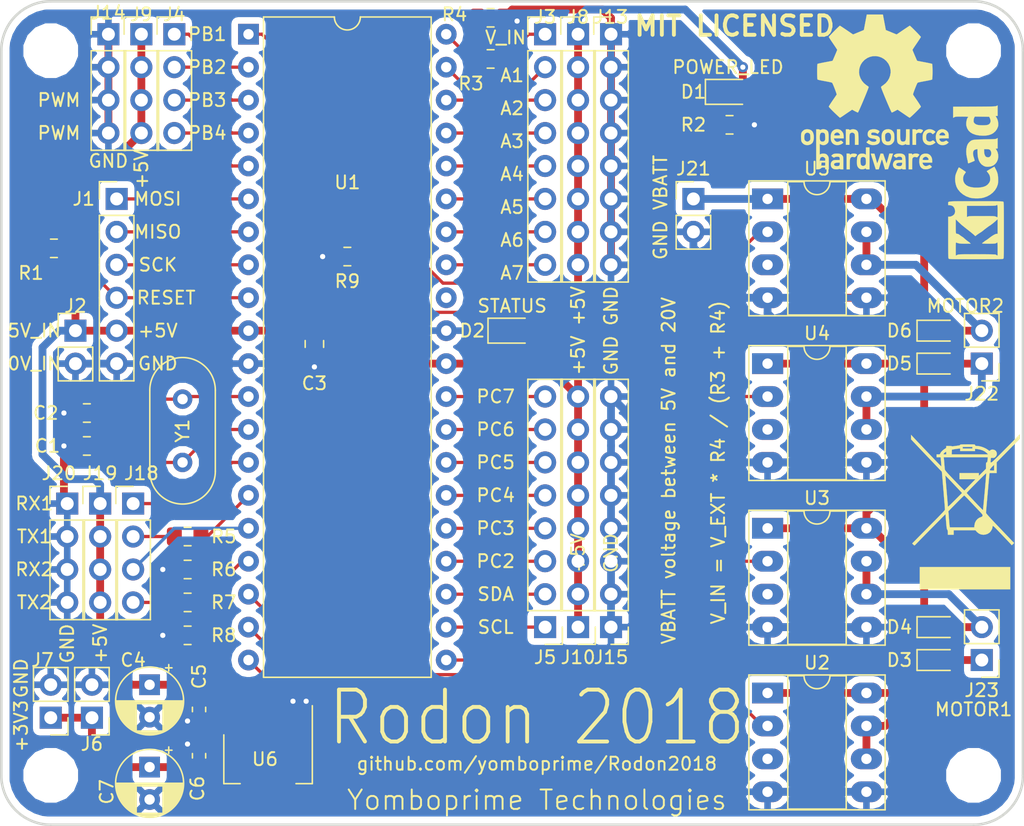
<source format=kicad_pcb>
(kicad_pcb (version 20171130) (host pcbnew 5.0.1-33cea8e~68~ubuntu18.04.1)
  (layers (0 F.Cu signal) (31 B.Cu signal) (34 B.Paste user) (35 F.Paste user) (36 B.SilkS user) (37 F.SilkS user) (38 B.Mask user) (39 F.Mask user) (44 Edge.Cuts user))
  (net 0 "")
  (net 1 GND)
  (net 2 "Net-(C1-Pad1)")
  (net 3 "Net-(C2-Pad1)")
  (net 4 +5V)
  (net 5 "Net-(D1-Pad1)")
  (net 6 "Net-(D2-Pad1)")
  (net 7 STATUS_LED)
  (net 8 +BATT)
  (net 9 "Net-(D3-Pad2)")
  (net 10 "Net-(D4-Pad2)")
  (net 11 "Net-(D5-Pad2)")
  (net 12 "Net-(D6-Pad2)")
  (net 13 MOSI)
  (net 14 MISO)
  (net 15 SCK)
  (net 16 RESET)
  (net 17 V_EXT)
  (net 18 "Net-(J3-Pad2)")
  (net 19 "Net-(J3-Pad3)")
  (net 20 "Net-(J3-Pad4)")
  (net 21 "Net-(J3-Pad5)")
  (net 22 "Net-(J3-Pad6)")
  (net 23 "Net-(J3-Pad7)")
  (net 24 "Net-(J3-Pad8)")
  (net 25 "Net-(J4-Pad1)")
  (net 26 "Net-(J4-Pad2)")
  (net 27 "Net-(J4-Pad3)")
  (net 28 "Net-(J4-Pad4)")
  (net 29 "Net-(J5-Pad1)")
  (net 30 "Net-(J5-Pad2)")
  (net 31 TX2)
  (net 32 RX2)
  (net 33 TX1)
  (net 34 RX1)
  (net 35 V_IN)
  (net 36 TX1_INT)
  (net 37 TX2_INT)
  (net 38 MOTOR1A)
  (net 39 MOTOR1B)
  (net 40 MOTOR2A)
  (net 41 MOTOR2B)
  (net 42 "Net-(U1-Pad32)")
  (net 43 "Net-(U2-Pad3)")
  (net 44 "Net-(U3-Pad3)")
  (net 45 "Net-(U4-Pad3)")
  (net 46 "Net-(U5-Pad3)")
  (net 47 "Net-(J5-Pad3)")
  (net 48 "Net-(J5-Pad4)")
  (net 49 "Net-(J5-Pad5)")
  (net 50 "Net-(J5-Pad6)")
  (net 51 "Net-(J5-Pad7)")
  (net 52 "Net-(J5-Pad8)")
  (net 53 "Net-(C6-Pad1)")
  (module Package_DIP:DIP-8_W7.62mm_Socket_LongPads (layer F.Cu) (at 133.985 78.74)
    (fp_text reference U4 (at 3.81 -2.33) (layer F.SilkS))
    (fp_text value TC4422)
    (pad 1 thru_hole rect (at 0 0) (size 2.4 1.6) (drill 0.8) (layers *.Cu *.Mask) (net 8 +BATT))
    (pad 5 thru_hole oval (at 7.62 7.62) (size 2.4 1.6) (drill 0.8) (layers *.Cu *.Mask) (net 1 GND))
    (pad 2 thru_hole oval (at 0 2.54) (size 2.4 1.6) (drill 0.8) (layers *.Cu *.Mask) (net 40 MOTOR2A))
    (pad 6 thru_hole oval (at 7.62 5.08) (size 2.4 1.6) (drill 0.8) (layers *.Cu *.Mask) (net 11 "Net-(D5-Pad2)"))
    (pad 3 thru_hole oval (at 0 5.08) (size 2.4 1.6) (drill 0.8) (layers *.Cu *.Mask) (net 45 "Net-(U4-Pad3)"))
    (pad 7 thru_hole oval (at 7.62 2.54) (size 2.4 1.6) (drill 0.8) (layers *.Cu *.Mask) (net 11 "Net-(D5-Pad2)"))
    (pad 4 thru_hole oval (at 0 7.62) (size 2.4 1.6) (drill 0.8) (layers *.Cu *.Mask) (net 1 GND))
    (pad 8 thru_hole oval (at 7.62 0) (size 2.4 1.6) (drill 0.8) (layers *.Cu *.Mask) (net 8 +BATT))
  )
  (module Capacitor_SMD:C_0805_2012Metric_Pad1.15x1.40mm_HandSolder (layer F.Cu) (at 81.525 85.09 180)
    (fp_text reference C1 (at 3.039 0 180) (layer F.SilkS))
    (fp_text value 22pF)
    (pad 2 smd roundrect (at 1.025 0 180) (size 1.15 1.4) (layers F.Cu F.Paste F.Mask) (roundrect_rratio 0.217391) (net 1 GND))
    (pad 1 smd roundrect (at -1.025 0 180) (size 1.15 1.4) (layers F.Cu F.Paste F.Mask) (roundrect_rratio 0.217391) (net 2 "Net-(C1-Pad1)"))
  )
  (module Capacitor_SMD:C_0805_2012Metric_Pad1.15x1.40mm_HandSolder (layer F.Cu) (at 81.525 82.55 180)
    (fp_text reference C2 (at 3.166 0 180) (layer F.SilkS))
    (fp_text value 22pF)
    (pad 1 smd roundrect (at -1.025 0 180) (size 1.15 1.4) (layers F.Cu F.Paste F.Mask) (roundrect_rratio 0.217391) (net 3 "Net-(C2-Pad1)"))
    (pad 2 smd roundrect (at 1.025 0 180) (size 1.15 1.4) (layers F.Cu F.Paste F.Mask) (roundrect_rratio 0.217391) (net 1 GND))
  )
  (module Capacitor_SMD:C_0805_2012Metric_Pad1.15x1.40mm_HandSolder (layer F.Cu) (at 99.06 77.225 270)
    (fp_text reference C3 (at 3.039 0 180) (layer F.SilkS))
    (fp_text value 100nF)
    (pad 1 smd roundrect (at -1.025 0 270) (size 1.15 1.4) (layers F.Cu F.Paste F.Mask) (roundrect_rratio 0.217391) (net 4 +5V))
    (pad 2 smd roundrect (at 1.025 0 270) (size 1.15 1.4) (layers F.Cu F.Paste F.Mask) (roundrect_rratio 0.217391) (net 1 GND))
  )
  (module Diode_SMD:D_0805_2012Metric_Pad1.15x1.40mm_HandSolder (layer F.Cu) (at 131.055 57.785)
    (fp_text reference D1 (at -2.785 0) (layer F.SilkS))
    (fp_text value POWER_LED)
    (pad 2 smd roundrect (at 1.025 0) (size 1.15 1.4) (layers F.Cu F.Paste F.Mask) (roundrect_rratio 0.217391) (net 4 +5V))
    (pad 1 smd roundrect (at -1.025 0) (size 1.15 1.4) (layers F.Cu F.Paste F.Mask) (roundrect_rratio 0.217391) (net 5 "Net-(D1-Pad1)"))
  )
  (module Diode_SMD:D_0805_2012Metric_Pad1.15x1.40mm_HandSolder (layer F.Cu) (at 114.3 76.2)
    (fp_text reference D2 (at -3.075 0) (layer F.SilkS))
    (fp_text value STATUS_LED)
    (pad 1 smd roundrect (at -1.025 0) (size 1.15 1.4) (layers F.Cu F.Paste F.Mask) (roundrect_rratio 0.217391) (net 6 "Net-(D2-Pad1)"))
    (pad 2 smd roundrect (at 1.025 0) (size 1.15 1.4) (layers F.Cu F.Paste F.Mask) (roundrect_rratio 0.217391) (net 7 STATUS_LED))
  )
  (module Diode_SMD:D_SOD-110 (layer F.Cu) (at 147.005 101.6)
    (fp_text reference D3 (at -2.86 0) (layer F.SilkS))
    (fp_text value D hide)
    (pad 1 smd rect (at -0.95 0) (size 0.8 1) (layers F.Cu F.Paste F.Mask) (net 8 +BATT))
    (pad 2 smd rect (at 0.95 0) (size 0.8 1) (layers F.Cu F.Paste F.Mask) (net 9 "Net-(D3-Pad2)"))
  )
  (module Diode_SMD:D_SOD-110 (layer F.Cu) (at 147.005 99.06)
    (fp_text reference D4 (at -2.86 0) (layer F.SilkS))
    (fp_text value D hide)
    (pad 2 smd rect (at 0.95 0) (size 0.8 1) (layers F.Cu F.Paste F.Mask) (net 10 "Net-(D4-Pad2)"))
    (pad 1 smd rect (at -0.95 0) (size 0.8 1) (layers F.Cu F.Paste F.Mask) (net 8 +BATT))
  )
  (module Diode_SMD:D_SOD-110 (layer F.Cu) (at 147.005 78.74)
    (fp_text reference D5 (at -2.86 0) (layer F.SilkS))
    (fp_text value D hide)
    (pad 1 smd rect (at -0.95 0) (size 0.8 1) (layers F.Cu F.Paste F.Mask) (net 8 +BATT))
    (pad 2 smd rect (at 0.95 0) (size 0.8 1) (layers F.Cu F.Paste F.Mask) (net 11 "Net-(D5-Pad2)"))
  )
  (module Diode_SMD:D_SOD-110 (layer F.Cu) (at 147.005 76.2)
    (fp_text reference D6 (at -2.86 0) (layer F.SilkS))
    (fp_text value D hide)
    (pad 2 smd rect (at 0.95 0) (size 0.8 1) (layers F.Cu F.Paste F.Mask) (net 12 "Net-(D6-Pad2)"))
    (pad 1 smd rect (at -0.95 0) (size 0.8 1) (layers F.Cu F.Paste F.Mask) (net 8 +BATT))
  )
  (module Connector_PinHeader_2.54mm:PinHeader_1x06_P2.54mm_Vertical (layer F.Cu) (at 83.82 66.04)
    (fp_text reference J1 (at -2.54 0) (layer F.SilkS))
    (fp_text value PROG_CONN)
    (pad 1 thru_hole rect (at 0 0) (size 1.7 1.7) (drill 1) (layers *.Cu *.Mask) (net 13 MOSI))
    (pad 2 thru_hole oval (at 0 2.54) (size 1.7 1.7) (drill 1) (layers *.Cu *.Mask) (net 14 MISO))
    (pad 3 thru_hole oval (at 0 5.08) (size 1.7 1.7) (drill 1) (layers *.Cu *.Mask) (net 15 SCK))
    (pad 4 thru_hole oval (at 0 7.62) (size 1.7 1.7) (drill 1) (layers *.Cu *.Mask) (net 16 RESET))
    (pad 5 thru_hole oval (at 0 10.16) (size 1.7 1.7) (drill 1) (layers *.Cu *.Mask) (net 4 +5V))
    (pad 6 thru_hole oval (at 0 12.7) (size 1.7 1.7) (drill 1) (layers *.Cu *.Mask) (net 1 GND))
  )
  (module Connector_PinHeader_2.54mm:PinHeader_1x02_P2.54mm_Vertical (layer F.Cu) (at 80.645 76.2)
    (fp_text reference J2 (at 0 -1.905) (layer F.SilkS))
    (fp_text value 5V_CONN)
    (pad 2 thru_hole oval (at 0 2.54) (size 1.7 1.7) (drill 1) (layers *.Cu *.Mask) (net 1 GND))
    (pad 1 thru_hole rect (at 0 0) (size 1.7 1.7) (drill 1) (layers *.Cu *.Mask) (net 4 +5V))
  )
  (module Connector_PinHeader_2.54mm:PinHeader_1x08_P2.54mm_Vertical (layer F.Cu) (at 116.84 53.34)
    (fp_text reference J3 (at 0 -1.33) (layer F.SilkS))
    (fp_text value PA hide)
    (pad 1 thru_hole rect (at 0 0) (size 1.7 1.7) (drill 1) (layers *.Cu *.Mask) (net 17 V_EXT))
    (pad 2 thru_hole oval (at 0 2.54) (size 1.7 1.7) (drill 1) (layers *.Cu *.Mask) (net 18 "Net-(J3-Pad2)"))
    (pad 3 thru_hole oval (at 0 5.08) (size 1.7 1.7) (drill 1) (layers *.Cu *.Mask) (net 19 "Net-(J3-Pad3)"))
    (pad 4 thru_hole oval (at 0 7.62) (size 1.7 1.7) (drill 1) (layers *.Cu *.Mask) (net 20 "Net-(J3-Pad4)"))
    (pad 5 thru_hole oval (at 0 10.16) (size 1.7 1.7) (drill 1) (layers *.Cu *.Mask) (net 21 "Net-(J3-Pad5)"))
    (pad 6 thru_hole oval (at 0 12.7) (size 1.7 1.7) (drill 1) (layers *.Cu *.Mask) (net 22 "Net-(J3-Pad6)"))
    (pad 7 thru_hole oval (at 0 15.24) (size 1.7 1.7) (drill 1) (layers *.Cu *.Mask) (net 23 "Net-(J3-Pad7)"))
    (pad 8 thru_hole oval (at 0 17.78) (size 1.7 1.7) (drill 1) (layers *.Cu *.Mask) (net 24 "Net-(J3-Pad8)"))
  )
  (module Connector_PinHeader_2.54mm:PinHeader_1x04_P2.54mm_Vertical (layer F.Cu) (at 88.265 53.34)
    (fp_text reference J4 (at 0 -1.524) (layer F.SilkS))
    (fp_text value PB hide)
    (pad 1 thru_hole rect (at 0 0) (size 1.7 1.7) (drill 1) (layers *.Cu *.Mask) (net 25 "Net-(J4-Pad1)"))
    (pad 2 thru_hole oval (at 0 2.54) (size 1.7 1.7) (drill 1) (layers *.Cu *.Mask) (net 26 "Net-(J4-Pad2)"))
    (pad 3 thru_hole oval (at 0 5.08) (size 1.7 1.7) (drill 1) (layers *.Cu *.Mask) (net 27 "Net-(J4-Pad3)"))
    (pad 4 thru_hole oval (at 0 7.62) (size 1.7 1.7) (drill 1) (layers *.Cu *.Mask) (net 28 "Net-(J4-Pad4)"))
  )
  (module Connector_PinHeader_2.54mm:PinHeader_1x08_P2.54mm_Vertical (layer F.Cu) (at 119.38 53.34)
    (fp_text reference J8 (at 0 -1.33) (layer F.SilkS))
    (fp_text value PA_5V hide)
    (pad 8 thru_hole oval (at 0 17.78) (size 1.7 1.7) (drill 1) (layers *.Cu *.Mask) (net 4 +5V))
    (pad 7 thru_hole oval (at 0 15.24) (size 1.7 1.7) (drill 1) (layers *.Cu *.Mask) (net 4 +5V))
    (pad 6 thru_hole oval (at 0 12.7) (size 1.7 1.7) (drill 1) (layers *.Cu *.Mask) (net 4 +5V))
    (pad 5 thru_hole oval (at 0 10.16) (size 1.7 1.7) (drill 1) (layers *.Cu *.Mask) (net 4 +5V))
    (pad 4 thru_hole oval (at 0 7.62) (size 1.7 1.7) (drill 1) (layers *.Cu *.Mask) (net 4 +5V))
    (pad 3 thru_hole oval (at 0 5.08) (size 1.7 1.7) (drill 1) (layers *.Cu *.Mask) (net 4 +5V))
    (pad 2 thru_hole oval (at 0 2.54) (size 1.7 1.7) (drill 1) (layers *.Cu *.Mask) (net 4 +5V))
    (pad 1 thru_hole rect (at 0 0) (size 1.7 1.7) (drill 1) (layers *.Cu *.Mask) (net 4 +5V))
  )
  (module Connector_PinHeader_2.54mm:PinHeader_1x04_P2.54mm_Vertical (layer F.Cu) (at 85.725 53.34)
    (fp_text reference J9 (at 0 -1.524) (layer F.SilkS))
    (fp_text value PB_5V hide)
    (pad 4 thru_hole oval (at 0 7.62) (size 1.7 1.7) (drill 1) (layers *.Cu *.Mask) (net 4 +5V))
    (pad 3 thru_hole oval (at 0 5.08) (size 1.7 1.7) (drill 1) (layers *.Cu *.Mask) (net 4 +5V))
    (pad 2 thru_hole oval (at 0 2.54) (size 1.7 1.7) (drill 1) (layers *.Cu *.Mask) (net 4 +5V))
    (pad 1 thru_hole rect (at 0 0) (size 1.7 1.7) (drill 1) (layers *.Cu *.Mask) (net 4 +5V))
  )
  (module Connector_PinHeader_2.54mm:PinHeader_1x08_P2.54mm_Vertical (layer F.Cu) (at 121.92 53.34)
    (fp_text reference J13 (at 0 -1.33) (layer F.SilkS))
    (fp_text value PA_GND hide)
    (pad 1 thru_hole rect (at 0 0) (size 1.7 1.7) (drill 1) (layers *.Cu *.Mask) (net 1 GND))
    (pad 2 thru_hole oval (at 0 2.54) (size 1.7 1.7) (drill 1) (layers *.Cu *.Mask) (net 1 GND))
    (pad 3 thru_hole oval (at 0 5.08) (size 1.7 1.7) (drill 1) (layers *.Cu *.Mask) (net 1 GND))
    (pad 4 thru_hole oval (at 0 7.62) (size 1.7 1.7) (drill 1) (layers *.Cu *.Mask) (net 1 GND))
    (pad 5 thru_hole oval (at 0 10.16) (size 1.7 1.7) (drill 1) (layers *.Cu *.Mask) (net 1 GND))
    (pad 6 thru_hole oval (at 0 12.7) (size 1.7 1.7) (drill 1) (layers *.Cu *.Mask) (net 1 GND))
    (pad 7 thru_hole oval (at 0 15.24) (size 1.7 1.7) (drill 1) (layers *.Cu *.Mask) (net 1 GND))
    (pad 8 thru_hole oval (at 0 17.78) (size 1.7 1.7) (drill 1) (layers *.Cu *.Mask) (net 1 GND))
  )
  (module Connector_PinHeader_2.54mm:PinHeader_1x04_P2.54mm_Vertical (layer F.Cu) (at 83.185 53.34)
    (fp_text reference J14 (at 0 -1.651) (layer F.SilkS))
    (fp_text value PB_GND hide)
    (pad 1 thru_hole rect (at 0 0) (size 1.7 1.7) (drill 1) (layers *.Cu *.Mask) (net 1 GND))
    (pad 2 thru_hole oval (at 0 2.54) (size 1.7 1.7) (drill 1) (layers *.Cu *.Mask) (net 1 GND))
    (pad 3 thru_hole oval (at 0 5.08) (size 1.7 1.7) (drill 1) (layers *.Cu *.Mask) (net 1 GND))
    (pad 4 thru_hole oval (at 0 7.62) (size 1.7 1.7) (drill 1) (layers *.Cu *.Mask) (net 1 GND))
  )
  (module Connector_PinHeader_2.54mm:PinHeader_1x04_P2.54mm_Vertical (layer F.Cu) (at 85.09 89.535)
    (fp_text reference J18 (at 0.635 -2.33) (layer F.SilkS))
    (fp_text value COM)
    (pad 4 thru_hole oval (at 0 7.62) (size 1.7 1.7) (drill 1) (layers *.Cu *.Mask) (net 31 TX2))
    (pad 3 thru_hole oval (at 0 5.08) (size 1.7 1.7) (drill 1) (layers *.Cu *.Mask) (net 32 RX2))
    (pad 2 thru_hole oval (at 0 2.54) (size 1.7 1.7) (drill 1) (layers *.Cu *.Mask) (net 33 TX1))
    (pad 1 thru_hole rect (at 0 0) (size 1.7 1.7) (drill 1) (layers *.Cu *.Mask) (net 34 RX1))
  )
  (module Connector_PinHeader_2.54mm:PinHeader_1x04_P2.54mm_Vertical (layer F.Cu) (at 82.55 89.535)
    (fp_text reference J19 (at 0 -2.33) (layer F.SilkS))
    (fp_text value COM_5V hide)
    (pad 1 thru_hole rect (at 0 0) (size 1.7 1.7) (drill 1) (layers *.Cu *.Mask) (net 4 +5V))
    (pad 2 thru_hole oval (at 0 2.54) (size 1.7 1.7) (drill 1) (layers *.Cu *.Mask) (net 4 +5V))
    (pad 3 thru_hole oval (at 0 5.08) (size 1.7 1.7) (drill 1) (layers *.Cu *.Mask) (net 4 +5V))
    (pad 4 thru_hole oval (at 0 7.62) (size 1.7 1.7) (drill 1) (layers *.Cu *.Mask) (net 4 +5V))
  )
  (module Connector_PinHeader_2.54mm:PinHeader_1x04_P2.54mm_Vertical (layer F.Cu) (at 80.01 89.535)
    (fp_text reference J20 (at -0.635 -2.33) (layer F.SilkS))
    (fp_text value COM_GND hide)
    (pad 4 thru_hole oval (at 0 7.62) (size 1.7 1.7) (drill 1) (layers *.Cu *.Mask) (net 1 GND))
    (pad 3 thru_hole oval (at 0 5.08) (size 1.7 1.7) (drill 1) (layers *.Cu *.Mask) (net 1 GND))
    (pad 2 thru_hole oval (at 0 2.54) (size 1.7 1.7) (drill 1) (layers *.Cu *.Mask) (net 1 GND))
    (pad 1 thru_hole rect (at 0 0) (size 1.7 1.7) (drill 1) (layers *.Cu *.Mask) (net 1 GND))
  )
  (module Connector_PinHeader_2.54mm:PinHeader_1x02_P2.54mm_Vertical (layer F.Cu) (at 128.27 66.04)
    (fp_text reference J21 (at 0 -2.33) (layer F.SilkS))
    (fp_text value POWER_CONN)
    (pad 1 thru_hole rect (at 0 0) (size 1.7 1.7) (drill 1) (layers *.Cu *.Mask) (net 8 +BATT))
    (pad 2 thru_hole oval (at 0 2.54) (size 1.7 1.7) (drill 1) (layers *.Cu *.Mask) (net 1 GND))
  )
  (module Connector_PinHeader_2.54mm:PinHeader_1x02_P2.54mm_Vertical (layer F.Cu) (at 150.495 78.74 180)
    (fp_text reference J22 (at 0 -2.33 180) (layer F.SilkS))
    (fp_text value MOTOR2)
    (pad 1 thru_hole rect (at 0 0 180) (size 1.7 1.7) (drill 1) (layers *.Cu *.Mask) (net 11 "Net-(D5-Pad2)"))
    (pad 2 thru_hole oval (at 0 2.54 180) (size 1.7 1.7) (drill 1) (layers *.Cu *.Mask) (net 12 "Net-(D6-Pad2)"))
  )
  (module Connector_PinHeader_2.54mm:PinHeader_1x02_P2.54mm_Vertical (layer F.Cu) (at 150.495 101.6 180)
    (fp_text reference J23 (at 0 -2.33 180) (layer F.SilkS))
    (fp_text value MOTOR1)
    (pad 2 thru_hole oval (at 0 2.54 180) (size 1.7 1.7) (drill 1) (layers *.Cu *.Mask) (net 10 "Net-(D4-Pad2)"))
    (pad 1 thru_hole rect (at 0 0 180) (size 1.7 1.7) (drill 1) (layers *.Cu *.Mask) (net 9 "Net-(D3-Pad2)"))
  )
  (module Resistor_SMD:R_0805_2012Metric_Pad1.15x1.40mm_HandSolder (layer F.Cu) (at 78.985 69.85 180)
    (fp_text reference R1 (at 1.769 -1.905 180) (layer F.SilkS))
    (fp_text value 10K)
    (pad 1 smd roundrect (at -1.025 0 180) (size 1.15 1.4) (layers F.Cu F.Paste F.Mask) (roundrect_rratio 0.217391) (net 16 RESET))
    (pad 2 smd roundrect (at 1.025 0 180) (size 1.15 1.4) (layers F.Cu F.Paste F.Mask) (roundrect_rratio 0.217391) (net 4 +5V))
  )
  (module Resistor_SMD:R_0805_2012Metric_Pad1.15x1.40mm_HandSolder (layer F.Cu) (at 131.055 60.325 180)
    (fp_text reference R2 (at 2.785 0 180) (layer F.SilkS))
    (fp_text value 330)
    (pad 1 smd roundrect (at -1.025 0 180) (size 1.15 1.4) (layers F.Cu F.Paste F.Mask) (roundrect_rratio 0.217391) (net 1 GND))
    (pad 2 smd roundrect (at 1.025 0 180) (size 1.15 1.4) (layers F.Cu F.Paste F.Mask) (roundrect_rratio 0.217391) (net 5 "Net-(D1-Pad1)"))
  )
  (module Resistor_SMD:R_0805_2012Metric_Pad1.15x1.40mm_HandSolder (layer F.Cu) (at 112.64 55.245 180)
    (fp_text reference R3 (at 1.515 -1.905 180) (layer F.SilkS))
    (fp_text value RA)
    (pad 1 smd roundrect (at -1.025 0 180) (size 1.15 1.4) (layers F.Cu F.Paste F.Mask) (roundrect_rratio 0.217391) (net 17 V_EXT))
    (pad 2 smd roundrect (at 1.025 0 180) (size 1.15 1.4) (layers F.Cu F.Paste F.Mask) (roundrect_rratio 0.217391) (net 35 V_IN))
  )
  (module Resistor_SMD:R_0805_2012Metric_Pad1.15x1.40mm_HandSolder (layer F.Cu) (at 112.64 52.07)
    (fp_text reference R4 (at -2.785 -0.254) (layer F.SilkS))
    (fp_text value RB)
    (pad 2 smd roundrect (at 1.025 0) (size 1.15 1.4) (layers F.Cu F.Paste F.Mask) (roundrect_rratio 0.217391) (net 1 GND))
    (pad 1 smd roundrect (at -1.025 0) (size 1.15 1.4) (layers F.Cu F.Paste F.Mask) (roundrect_rratio 0.217391) (net 35 V_IN))
  )
  (module Resistor_SMD:R_0805_2012Metric_Pad1.15x1.40mm_HandSolder (layer F.Cu) (at 89.29 92.075 180)
    (fp_text reference R5 (at -2.785 0 180) (layer F.SilkS))
    (fp_text value 1K)
    (pad 2 smd roundrect (at 1.025 0 180) (size 1.15 1.4) (layers F.Cu F.Paste F.Mask) (roundrect_rratio 0.217391) (net 33 TX1))
    (pad 1 smd roundrect (at -1.025 0 180) (size 1.15 1.4) (layers F.Cu F.Paste F.Mask) (roundrect_rratio 0.217391) (net 36 TX1_INT))
  )
  (module Resistor_SMD:R_0805_2012Metric_Pad1.15x1.40mm_HandSolder (layer F.Cu) (at 89.29 94.615 180)
    (fp_text reference R6 (at -2.785 0 180) (layer F.SilkS))
    (fp_text value 2K)
    (pad 1 smd roundrect (at -1.025 0 180) (size 1.15 1.4) (layers F.Cu F.Paste F.Mask) (roundrect_rratio 0.217391) (net 33 TX1))
    (pad 2 smd roundrect (at 1.025 0 180) (size 1.15 1.4) (layers F.Cu F.Paste F.Mask) (roundrect_rratio 0.217391) (net 1 GND))
  )
  (module Resistor_SMD:R_0805_2012Metric_Pad1.15x1.40mm_HandSolder (layer F.Cu) (at 89.29 97.155 180)
    (fp_text reference R7 (at -2.785 0 180) (layer F.SilkS))
    (fp_text value 1K)
    (pad 1 smd roundrect (at -1.025 0 180) (size 1.15 1.4) (layers F.Cu F.Paste F.Mask) (roundrect_rratio 0.217391) (net 37 TX2_INT))
    (pad 2 smd roundrect (at 1.025 0 180) (size 1.15 1.4) (layers F.Cu F.Paste F.Mask) (roundrect_rratio 0.217391) (net 31 TX2))
  )
  (module Resistor_SMD:R_0805_2012Metric_Pad1.15x1.40mm_HandSolder (layer F.Cu) (at 89.29 99.695 180)
    (fp_text reference R8 (at -2.785 0 180) (layer F.SilkS))
    (fp_text value 2K)
    (pad 2 smd roundrect (at 1.025 0 180) (size 1.15 1.4) (layers F.Cu F.Paste F.Mask) (roundrect_rratio 0.217391) (net 1 GND))
    (pad 1 smd roundrect (at -1.025 0 180) (size 1.15 1.4) (layers F.Cu F.Paste F.Mask) (roundrect_rratio 0.217391) (net 31 TX2))
  )
  (module Resistor_SMD:R_0805_2012Metric_Pad1.15x1.40mm_HandSolder (layer F.Cu) (at 101.6 70.485)
    (fp_text reference R9 (at 0 1.905) (layer F.SilkS))
    (fp_text value 330)
    (pad 2 smd roundrect (at 1.025 0) (size 1.15 1.4) (layers F.Cu F.Paste F.Mask) (roundrect_rratio 0.217391) (net 6 "Net-(D2-Pad1)"))
    (pad 1 smd roundrect (at -1.025 0) (size 1.15 1.4) (layers F.Cu F.Paste F.Mask) (roundrect_rratio 0.217391) (net 1 GND))
  )
  (module Package_DIP:DIP-40_W15.24mm (layer F.Cu) (at 93.98 53.34)
    (fp_text reference U1 (at 7.62 11.43) (layer F.SilkS))
    (fp_text value ATmega1284P-PU)
    (pad 1 thru_hole rect (at 0 0) (size 1.6 1.6) (drill 0.8) (layers *.Cu *.Mask) (net 7 STATUS_LED))
    (pad 21 thru_hole oval (at 15.24 48.26) (size 1.6 1.6) (drill 0.8) (layers *.Cu *.Mask) (net 41 MOTOR2B))
    (pad 2 thru_hole oval (at 0 2.54) (size 1.6 1.6) (drill 0.8) (layers *.Cu *.Mask) (net 25 "Net-(J4-Pad1)"))
    (pad 22 thru_hole oval (at 15.24 45.72) (size 1.6 1.6) (drill 0.8) (layers *.Cu *.Mask) (net 29 "Net-(J5-Pad1)"))
    (pad 3 thru_hole oval (at 0 5.08) (size 1.6 1.6) (drill 0.8) (layers *.Cu *.Mask) (net 26 "Net-(J4-Pad2)"))
    (pad 23 thru_hole oval (at 15.24 43.18) (size 1.6 1.6) (drill 0.8) (layers *.Cu *.Mask) (net 30 "Net-(J5-Pad2)"))
    (pad 4 thru_hole oval (at 0 7.62) (size 1.6 1.6) (drill 0.8) (layers *.Cu *.Mask) (net 27 "Net-(J4-Pad3)"))
    (pad 24 thru_hole oval (at 15.24 40.64) (size 1.6 1.6) (drill 0.8) (layers *.Cu *.Mask) (net 47 "Net-(J5-Pad3)"))
    (pad 5 thru_hole oval (at 0 10.16) (size 1.6 1.6) (drill 0.8) (layers *.Cu *.Mask) (net 28 "Net-(J4-Pad4)"))
    (pad 25 thru_hole oval (at 15.24 38.1) (size 1.6 1.6) (drill 0.8) (layers *.Cu *.Mask) (net 48 "Net-(J5-Pad4)"))
    (pad 6 thru_hole oval (at 0 12.7) (size 1.6 1.6) (drill 0.8) (layers *.Cu *.Mask) (net 13 MOSI))
    (pad 26 thru_hole oval (at 15.24 35.56) (size 1.6 1.6) (drill 0.8) (layers *.Cu *.Mask) (net 49 "Net-(J5-Pad5)"))
    (pad 7 thru_hole oval (at 0 15.24) (size 1.6 1.6) (drill 0.8) (layers *.Cu *.Mask) (net 14 MISO))
    (pad 27 thru_hole oval (at 15.24 33.02) (size 1.6 1.6) (drill 0.8) (layers *.Cu *.Mask) (net 50 "Net-(J5-Pad6)"))
    (pad 8 thru_hole oval (at 0 17.78) (size 1.6 1.6) (drill 0.8) (layers *.Cu *.Mask) (net 15 SCK))
    (pad 28 thru_hole oval (at 15.24 30.48) (size 1.6 1.6) (drill 0.8) (layers *.Cu *.Mask) (net 51 "Net-(J5-Pad7)"))
    (pad 9 thru_hole oval (at 0 20.32) (size 1.6 1.6) (drill 0.8) (layers *.Cu *.Mask) (net 16 RESET))
    (pad 29 thru_hole oval (at 15.24 27.94) (size 1.6 1.6) (drill 0.8) (layers *.Cu *.Mask) (net 52 "Net-(J5-Pad8)"))
    (pad 10 thru_hole oval (at 0 22.86) (size 1.6 1.6) (drill 0.8) (layers *.Cu *.Mask) (net 4 +5V))
    (pad 30 thru_hole oval (at 15.24 25.4) (size 1.6 1.6) (drill 0.8) (layers *.Cu *.Mask) (net 4 +5V))
    (pad 11 thru_hole oval (at 0 25.4) (size 1.6 1.6) (drill 0.8) (layers *.Cu *.Mask) (net 1 GND))
    (pad 31 thru_hole oval (at 15.24 22.86) (size 1.6 1.6) (drill 0.8) (layers *.Cu *.Mask) (net 1 GND))
    (pad 12 thru_hole oval (at 0 27.94) (size 1.6 1.6) (drill 0.8) (layers *.Cu *.Mask) (net 3 "Net-(C2-Pad1)"))
    (pad 32 thru_hole oval (at 15.24 20.32) (size 1.6 1.6) (drill 0.8) (layers *.Cu *.Mask) (net 42 "Net-(U1-Pad32)"))
    (pad 13 thru_hole oval (at 0 30.48) (size 1.6 1.6) (drill 0.8) (layers *.Cu *.Mask) (net 2 "Net-(C1-Pad1)"))
    (pad 33 thru_hole oval (at 15.24 17.78) (size 1.6 1.6) (drill 0.8) (layers *.Cu *.Mask) (net 24 "Net-(J3-Pad8)"))
    (pad 14 thru_hole oval (at 0 33.02) (size 1.6 1.6) (drill 0.8) (layers *.Cu *.Mask) (net 34 RX1))
    (pad 34 thru_hole oval (at 15.24 15.24) (size 1.6 1.6) (drill 0.8) (layers *.Cu *.Mask) (net 23 "Net-(J3-Pad7)"))
    (pad 15 thru_hole oval (at 0 35.56) (size 1.6 1.6) (drill 0.8) (layers *.Cu *.Mask) (net 36 TX1_INT))
    (pad 35 thru_hole oval (at 15.24 12.7) (size 1.6 1.6) (drill 0.8) (layers *.Cu *.Mask) (net 22 "Net-(J3-Pad6)"))
    (pad 16 thru_hole oval (at 0 38.1) (size 1.6 1.6) (drill 0.8) (layers *.Cu *.Mask) (net 32 RX2))
    (pad 36 thru_hole oval (at 15.24 10.16) (size 1.6 1.6) (drill 0.8) (layers *.Cu *.Mask) (net 21 "Net-(J3-Pad5)"))
    (pad 17 thru_hole oval (at 0 40.64) (size 1.6 1.6) (drill 0.8) (layers *.Cu *.Mask) (net 37 TX2_INT))
    (pad 37 thru_hole oval (at 15.24 7.62) (size 1.6 1.6) (drill 0.8) (layers *.Cu *.Mask) (net 20 "Net-(J3-Pad4)"))
    (pad 18 thru_hole oval (at 0 43.18) (size 1.6 1.6) (drill 0.8) (layers *.Cu *.Mask) (net 40 MOTOR2A))
    (pad 38 thru_hole oval (at 15.24 5.08) (size 1.6 1.6) (drill 0.8) (layers *.Cu *.Mask) (net 19 "Net-(J3-Pad3)"))
    (pad 19 thru_hole oval (at 0 45.72) (size 1.6 1.6) (drill 0.8) (layers *.Cu *.Mask) (net 39 MOTOR1B))
    (pad 39 thru_hole oval (at 15.24 2.54) (size 1.6 1.6) (drill 0.8) (layers *.Cu *.Mask) (net 18 "Net-(J3-Pad2)"))
    (pad 20 thru_hole oval (at 0 48.26) (size 1.6 1.6) (drill 0.8) (layers *.Cu *.Mask) (net 38 MOTOR1A))
    (pad 40 thru_hole oval (at 15.24 0) (size 1.6 1.6) (drill 0.8) (layers *.Cu *.Mask) (net 35 V_IN))
  )
  (module Crystal:Crystal_HC49-U_Vertical (layer F.Cu) (at 88.9 86.36 90)
    (fp_text reference Y1 (at 2.44 0 90) (layer F.SilkS))
    (fp_text value 16MHz)
    (pad 1 thru_hole circle (at 0 0 90) (size 1.5 1.5) (drill 0.8) (layers *.Cu *.Mask) (net 2 "Net-(C1-Pad1)"))
    (pad 2 thru_hole circle (at 4.88 0 90) (size 1.5 1.5) (drill 0.8) (layers *.Cu *.Mask) (net 3 "Net-(C2-Pad1)"))
  )
  (module MountingHole:MountingHole_3.2mm_M3_ISO14580 (layer F.Cu) (at 78.74 54.61)
    (fp_text reference REF** hide)
    (fp_text value MountingHole_3.2mm_M3_ISO14580 hide)
    (pad 1 np_thru_hole circle (at 0 0) (size 3.2 3.2) (drill 3.2) (layers *.Cu *.Mask))
  )
  (module MountingHole:MountingHole_3.2mm_M3_ISO14580 (layer F.Cu) (at 78.74 110.49)
    (fp_text reference REF** hide)
    (fp_text value MountingHole_3.2mm_M3_ISO14580 hide)
    (pad 1 np_thru_hole circle (at 0 0) (size 3.2 3.2) (drill 3.2) (layers *.Cu *.Mask))
  )
  (module MountingHole:MountingHole_3.2mm_M3_ISO14580 (layer F.Cu) (at 149.86 110.49)
    (fp_text reference REF** hide)
    (fp_text value MountingHole_3.2mm_M3_ISO14580 hide)
    (pad 1 np_thru_hole circle (at 0 0) (size 3.2 3.2) (drill 3.2) (layers *.Cu *.Mask))
  )
  (module MountingHole:MountingHole_3.2mm_M3_ISO14580 (layer F.Cu) (at 149.86 54.61)
    (fp_text reference REF** hide)
    (fp_text value MountingHole_3.2mm_M3_ISO14580 hide)
    (pad 1 np_thru_hole circle (at 0 0) (size 3.2 3.2) (drill 3.2) (layers *.Cu *.Mask))
  )
  (module Symbol:OSHW-Logo_11.4x12mm_SilkScreen (layer F.Cu) (at 142.24 57.785)
    (fp_text reference REF** hide)
    (fp_text value OSHW-Logo_11.4x12mm_SilkScreen hide)
  )
  (module Symbol:Symbol_KiCAD-Logo_CopperAndSilkScreenTop (layer F.Cu) (at 149.86 64.77 90)
    (fp_text reference REF** hide)
    (fp_text value "KiCAD Logo" hide)
  )
  (module Symbol:WEEE-Logo_8.4x12mm_SilkScreen (layer F.Cu) (at 149.225 90.17)
    (fp_text reference REF** hide)
    (fp_text value WEEE-Logo_8.4x12mm_SilkScreen hide)
  )
  (module Connector_PinHeader_2.54mm:PinHeader_1x08_P2.54mm_Vertical (layer F.Cu) (at 116.84 99.06 180)
    (fp_text reference J5 (at 0 -2.33 180) (layer F.SilkS))
    (fp_text value PC)
    (pad 1 thru_hole rect (at 0 0 180) (size 1.7 1.7) (drill 1) (layers *.Cu *.Mask) (net 29 "Net-(J5-Pad1)"))
    (pad 2 thru_hole oval (at 0 2.54 180) (size 1.7 1.7) (drill 1) (layers *.Cu *.Mask) (net 30 "Net-(J5-Pad2)"))
    (pad 3 thru_hole oval (at 0 5.08 180) (size 1.7 1.7) (drill 1) (layers *.Cu *.Mask) (net 47 "Net-(J5-Pad3)"))
    (pad 4 thru_hole oval (at 0 7.62 180) (size 1.7 1.7) (drill 1) (layers *.Cu *.Mask) (net 48 "Net-(J5-Pad4)"))
    (pad 5 thru_hole oval (at 0 10.16 180) (size 1.7 1.7) (drill 1) (layers *.Cu *.Mask) (net 49 "Net-(J5-Pad5)"))
    (pad 6 thru_hole oval (at 0 12.7 180) (size 1.7 1.7) (drill 1) (layers *.Cu *.Mask) (net 50 "Net-(J5-Pad6)"))
    (pad 7 thru_hole oval (at 0 15.24 180) (size 1.7 1.7) (drill 1) (layers *.Cu *.Mask) (net 51 "Net-(J5-Pad7)"))
    (pad 8 thru_hole oval (at 0 17.78 180) (size 1.7 1.7) (drill 1) (layers *.Cu *.Mask) (net 52 "Net-(J5-Pad8)"))
  )
  (module Connector_PinHeader_2.54mm:PinHeader_1x08_P2.54mm_Vertical (layer F.Cu) (at 119.38 99.06 180)
    (fp_text reference J10 (at 0 -2.33 180) (layer F.SilkS))
    (fp_text value PC_5V)
    (pad 1 thru_hole rect (at 0 0 180) (size 1.7 1.7) (drill 1) (layers *.Cu *.Mask) (net 4 +5V))
    (pad 2 thru_hole oval (at 0 2.54 180) (size 1.7 1.7) (drill 1) (layers *.Cu *.Mask) (net 4 +5V))
    (pad 3 thru_hole oval (at 0 5.08 180) (size 1.7 1.7) (drill 1) (layers *.Cu *.Mask) (net 4 +5V))
    (pad 4 thru_hole oval (at 0 7.62 180) (size 1.7 1.7) (drill 1) (layers *.Cu *.Mask) (net 4 +5V))
    (pad 5 thru_hole oval (at 0 10.16 180) (size 1.7 1.7) (drill 1) (layers *.Cu *.Mask) (net 4 +5V))
    (pad 6 thru_hole oval (at 0 12.7 180) (size 1.7 1.7) (drill 1) (layers *.Cu *.Mask) (net 4 +5V))
    (pad 7 thru_hole oval (at 0 15.24 180) (size 1.7 1.7) (drill 1) (layers *.Cu *.Mask) (net 4 +5V))
    (pad 8 thru_hole oval (at 0 17.78 180) (size 1.7 1.7) (drill 1) (layers *.Cu *.Mask) (net 4 +5V))
  )
  (module Connector_PinHeader_2.54mm:PinHeader_1x08_P2.54mm_Vertical (layer F.Cu) (at 121.92 99.06 180)
    (fp_text reference J15 (at 0 -2.33 180) (layer F.SilkS))
    (fp_text value PC_GND)
    (pad 8 thru_hole oval (at 0 17.78 180) (size 1.7 1.7) (drill 1) (layers *.Cu *.Mask) (net 1 GND))
    (pad 7 thru_hole oval (at 0 15.24 180) (size 1.7 1.7) (drill 1) (layers *.Cu *.Mask) (net 1 GND))
    (pad 6 thru_hole oval (at 0 12.7 180) (size 1.7 1.7) (drill 1) (layers *.Cu *.Mask) (net 1 GND))
    (pad 5 thru_hole oval (at 0 10.16 180) (size 1.7 1.7) (drill 1) (layers *.Cu *.Mask) (net 1 GND))
    (pad 4 thru_hole oval (at 0 7.62 180) (size 1.7 1.7) (drill 1) (layers *.Cu *.Mask) (net 1 GND))
    (pad 3 thru_hole oval (at 0 5.08 180) (size 1.7 1.7) (drill 1) (layers *.Cu *.Mask) (net 1 GND))
    (pad 2 thru_hole oval (at 0 2.54 180) (size 1.7 1.7) (drill 1) (layers *.Cu *.Mask) (net 1 GND))
    (pad 1 thru_hole rect (at 0 0 180) (size 1.7 1.7) (drill 1) (layers *.Cu *.Mask) (net 1 GND))
  )
  (module Package_DIP:DIP-8_W7.62mm_Socket_LongPads (layer F.Cu) (at 133.985 104.14)
    (fp_text reference U2 (at 3.81 -2.33) (layer F.SilkS))
    (fp_text value TC4422)
    (pad 1 thru_hole rect (at 0 0) (size 2.4 1.6) (drill 0.8) (layers *.Cu *.Mask) (net 8 +BATT))
    (pad 5 thru_hole oval (at 7.62 7.62) (size 2.4 1.6) (drill 0.8) (layers *.Cu *.Mask) (net 1 GND))
    (pad 2 thru_hole oval (at 0 2.54) (size 2.4 1.6) (drill 0.8) (layers *.Cu *.Mask) (net 38 MOTOR1A))
    (pad 6 thru_hole oval (at 7.62 5.08) (size 2.4 1.6) (drill 0.8) (layers *.Cu *.Mask) (net 9 "Net-(D3-Pad2)"))
    (pad 3 thru_hole oval (at 0 5.08) (size 2.4 1.6) (drill 0.8) (layers *.Cu *.Mask) (net 43 "Net-(U2-Pad3)"))
    (pad 7 thru_hole oval (at 7.62 2.54) (size 2.4 1.6) (drill 0.8) (layers *.Cu *.Mask) (net 9 "Net-(D3-Pad2)"))
    (pad 4 thru_hole oval (at 0 7.62) (size 2.4 1.6) (drill 0.8) (layers *.Cu *.Mask) (net 1 GND))
    (pad 8 thru_hole oval (at 7.62 0) (size 2.4 1.6) (drill 0.8) (layers *.Cu *.Mask) (net 8 +BATT))
  )
  (module Package_DIP:DIP-8_W7.62mm_Socket_LongPads (layer F.Cu) (at 133.985 91.44)
    (fp_text reference U3 (at 3.81 -2.33) (layer F.SilkS))
    (fp_text value TC4422)
    (pad 8 thru_hole oval (at 7.62 0) (size 2.4 1.6) (drill 0.8) (layers *.Cu *.Mask) (net 8 +BATT))
    (pad 4 thru_hole oval (at 0 7.62) (size 2.4 1.6) (drill 0.8) (layers *.Cu *.Mask) (net 1 GND))
    (pad 7 thru_hole oval (at 7.62 2.54) (size 2.4 1.6) (drill 0.8) (layers *.Cu *.Mask) (net 10 "Net-(D4-Pad2)"))
    (pad 3 thru_hole oval (at 0 5.08) (size 2.4 1.6) (drill 0.8) (layers *.Cu *.Mask) (net 44 "Net-(U3-Pad3)"))
    (pad 6 thru_hole oval (at 7.62 5.08) (size 2.4 1.6) (drill 0.8) (layers *.Cu *.Mask) (net 10 "Net-(D4-Pad2)"))
    (pad 2 thru_hole oval (at 0 2.54) (size 2.4 1.6) (drill 0.8) (layers *.Cu *.Mask) (net 39 MOTOR1B))
    (pad 5 thru_hole oval (at 7.62 7.62) (size 2.4 1.6) (drill 0.8) (layers *.Cu *.Mask) (net 1 GND))
    (pad 1 thru_hole rect (at 0 0) (size 2.4 1.6) (drill 0.8) (layers *.Cu *.Mask) (net 8 +BATT))
  )
  (module Package_DIP:DIP-8_W7.62mm_Socket_LongPads (layer F.Cu) (at 133.985 66.04)
    (fp_text reference U5 (at 3.81 -2.33) (layer F.SilkS))
    (fp_text value TC4422)
    (pad 8 thru_hole oval (at 7.62 0) (size 2.4 1.6) (drill 0.8) (layers *.Cu *.Mask) (net 8 +BATT))
    (pad 4 thru_hole oval (at 0 7.62) (size 2.4 1.6) (drill 0.8) (layers *.Cu *.Mask) (net 1 GND))
    (pad 7 thru_hole oval (at 7.62 2.54) (size 2.4 1.6) (drill 0.8) (layers *.Cu *.Mask) (net 12 "Net-(D6-Pad2)"))
    (pad 3 thru_hole oval (at 0 5.08) (size 2.4 1.6) (drill 0.8) (layers *.Cu *.Mask) (net 46 "Net-(U5-Pad3)"))
    (pad 6 thru_hole oval (at 7.62 5.08) (size 2.4 1.6) (drill 0.8) (layers *.Cu *.Mask) (net 12 "Net-(D6-Pad2)"))
    (pad 2 thru_hole oval (at 0 2.54) (size 2.4 1.6) (drill 0.8) (layers *.Cu *.Mask) (net 41 MOTOR2B))
    (pad 5 thru_hole oval (at 7.62 7.62) (size 2.4 1.6) (drill 0.8) (layers *.Cu *.Mask) (net 1 GND))
    (pad 1 thru_hole rect (at 0 0) (size 2.4 1.6) (drill 0.8) (layers *.Cu *.Mask) (net 8 +BATT))
  )
  (module Capacitor_THT:CP_Radial_D5.0mm_P2.50mm (layer F.Cu) (at 86.36 103.505 270)
    (fp_text reference C4 (at -1.905 1.27 180) (layer F.SilkS))
    (fp_text value 100uF)
    (pad 1 thru_hole rect (at 0 0 270) (size 1.6 1.6) (drill 0.8) (layers *.Cu *.Mask) (net 4 +5V))
    (pad 2 thru_hole circle (at 2.5 0 270) (size 1.6 1.6) (drill 0.8) (layers *.Cu *.Mask) (net 1 GND))
  )
  (module Capacitor_SMD:C_0603_1608Metric_Pad1.05x0.95mm_HandSolder (layer F.Cu) (at 90.17 105.41 270)
    (fp_text reference C5 (at -2.54 0 270) (layer F.SilkS))
    (fp_text value 100nF)
    (pad 1 smd roundrect (at -0.875 0 270) (size 1.05 0.95) (layers F.Cu F.Paste F.Mask) (net 4 +5V))
    (pad 2 smd roundrect (at 0.875 0 270) (size 1.05 0.95) (layers F.Cu F.Paste F.Mask) (net 1 GND))
  )
  (module Capacitor_SMD:C_0603_1608Metric_Pad1.05x0.95mm_HandSolder (layer F.Cu) (at 90.17 108.98 90)
    (fp_text reference C6 (at -2.526 -0.127 90) (layer F.SilkS))
    (fp_text value 100nF)
    (pad 2 smd roundrect (at 0.875 0 90) (size 1.05 0.95) (layers F.Cu F.Paste F.Mask) (net 1 GND))
    (pad 1 smd roundrect (at -0.875 0 90) (size 1.05 0.95) (layers F.Cu F.Paste F.Mask) (net 53 "Net-(C6-Pad1)"))
  )
  (module Connector_PinHeader_2.54mm:PinHeader_1x02_P2.54mm_Vertical (layer F.Cu) (at 81.915 106.045 180)
    (fp_text reference J6 (at 0 -2.032 180) (layer F.SilkS))
    (fp_text value 3V_CONN_1)
    (pad 1 thru_hole rect (at 0 0 180) (size 1.7 1.7) (drill 1) (layers *.Cu *.Mask) (net 53 "Net-(C6-Pad1)"))
    (pad 2 thru_hole oval (at 0 2.54 180) (size 1.7 1.7) (drill 1) (layers *.Cu *.Mask) (net 1 GND))
  )
  (module Connector_PinHeader_2.54mm:PinHeader_1x02_P2.54mm_Vertical (layer F.Cu) (at 78.74 106.045 180)
    (fp_text reference J7 (at 0.635 4.445 180) (layer F.SilkS))
    (fp_text value 3V_CONN_2)
    (pad 2 thru_hole oval (at 0 2.54 180) (size 1.7 1.7) (drill 1) (layers *.Cu *.Mask) (net 1 GND))
    (pad 1 thru_hole rect (at 0 0 180) (size 1.7 1.7) (drill 1) (layers *.Cu *.Mask) (net 53 "Net-(C6-Pad1)"))
  )
  (module Package_TO_SOT_SMD:SOT-223-3_TabPin2 (layer F.Cu) (at 95.49 109.22 270)
    (fp_text reference U6 (at 0.025 0.24 180) (layer F.SilkS))
    (fp_text value AMS1117-3.3)
    (pad 2 smd rect (at 3.15 0 270) (size 2 3.8) (layers F.Cu F.Paste F.Mask) (net 53 "Net-(C6-Pad1)"))
    (pad 2 smd rect (at -3.15 0 270) (size 2 1.5) (layers F.Cu F.Paste F.Mask) (net 53 "Net-(C6-Pad1)"))
    (pad 3 smd rect (at -3.15 2.3 270) (size 2 1.5) (layers F.Cu F.Paste F.Mask) (net 4 +5V))
    (pad 1 smd rect (at -3.15 -2.3 270) (size 2 1.5) (layers F.Cu F.Paste F.Mask) (net 1 GND))
  )
  (module Capacitor_THT:CP_Radial_D5.0mm_P2.50mm (layer F.Cu) (at 86.36 109.855 270)
    (fp_text reference C7 (at 1.905 3.302 270) (layer F.SilkS))
    (fp_text value 100uF)
    (pad 1 thru_hole rect (at 0 0 270) (size 1.6 1.6) (drill 0.8) (layers *.Cu *.Mask) (net 53 "Net-(C6-Pad1)"))
    (pad 2 thru_hole circle (at 2.5 0 270) (size 1.6 1.6) (drill 0.8) (layers *.Cu *.Mask) (net 1 GND))
  )
  (gr_text github.com/yomboprime/Rodon2018 (at 116.205 109.601) (layer F.SilkS) (effects (font (size 1 1))))
  (gr_text PC2 (at 113.03 93.98) (layer F.SilkS) (effects (font (size 1 1))))
  (gr_text PC3 (at 113.03 91.44) (layer F.SilkS) (effects (font (size 1 1))))
  (gr_text PC4 (at 113.03 88.9) (layer F.SilkS) (effects (font (size 1 1))))
  (gr_text PC5 (at 113.03 86.36) (layer F.SilkS) (effects (font (size 1 1))))
  (gr_text +3V3 (at 76.454 106.68 90) (layer F.SilkS) (effects (font (size 1 1))))
  (gr_text GND (at 76.454 102.997 90) (layer F.SilkS) (effects (font (size 1 1))))
  (gr_text PWM (at 79.375 60.96) (layer F.SilkS) (effects (font (size 1 1))))
  (gr_text PWM (at 79.375 58.42) (layer F.SilkS) (effects (font (size 1 1))))
  (gr_text "VBATT voltage between 5V and 20V" (at 126.365 86.995 90) (layer F.SilkS) (effects (font (size 1 1))))
  (gr_text "V_IN = V_EXT * R4 / (R3 + R4)" (at 130.175 86.36 90) (layer F.SilkS) (effects (font (size 1 1))))
  (gr_text PC7 (at 113.03 81.28) (layer F.SilkS) (effects (font (size 1 1))))
  (gr_text PC6 (at 113.03 83.82) (layer F.SilkS) (effects (font (size 1 1))))
  (gr_text SDA (at 113.03 96.52) (layer F.SilkS) (effects (font (size 1 1))))
  (gr_text SCL (at 113.03 99.06) (layer F.SilkS) (effects (font (size 1 1))))
  (gr_text "MIT LICENSED" (at 131.445 52.705) (layer F.SilkS) (effects (font (size 1.5 1.5) (thickness 0.3))))
  (gr_text MOTOR2 (at 149.225 74.295) (layer F.SilkS) (effects (font (size 1 1))))
  (gr_text MOTOR1 (at 149.86 105.41) (layer F.SilkS) (effects (font (size 1 1))))
  (gr_text "Yomboprime Technologies" (at 116.205 112.395) (layer F.SilkS) (effects (font (size 1.5 1.5))))
  (gr_text "Rodon 2018" (at 116.205 106.045) (layer F.SilkS) (effects (font (size 4 3.5) (thickness 0.3))))
  (gr_text GND (at 125.73 69.215 90) (layer F.SilkS) (effects (font (size 1 1))))
  (gr_text VBATT (at 125.73 64.77 90) (layer F.SilkS) (effects (font (size 1 1))))
  (gr_text POWER_LED (at 130.937 55.88) (layer F.SilkS) (effects (font (size 1 1))))
  (gr_text A7 (at 114.3 71.755) (layer F.SilkS) (effects (font (size 1 1))))
  (gr_text A6 (at 114.3 69.215) (layer F.SilkS) (effects (font (size 1 1))))
  (gr_text A5 (at 114.3 66.675) (layer F.SilkS) (effects (font (size 1 1))))
  (gr_text A4 (at 114.3 64.135) (layer F.SilkS) (effects (font (size 1 1))))
  (gr_text A3 (at 114.3 61.595) (layer F.SilkS) (effects (font (size 1 1))))
  (gr_text A2 (at 114.3 59.055) (layer F.SilkS) (effects (font (size 1 1))))
  (gr_text A1 (at 114.3 56.515) (layer F.SilkS) (effects (font (size 1 1))))
  (gr_text V_IN (at 113.792 53.594) (layer F.SilkS) (effects (font (size 1 1))))
  (gr_text GND (at 121.92 93.345 90) (layer F.SilkS) (effects (font (size 1 1))))
  (gr_text +5V (at 119.38 93.345 90) (layer F.SilkS) (effects (font (size 1 1))))
  (gr_text GND (at 121.92 78.105 90) (layer F.SilkS) (effects (font (size 1 1))))
  (gr_text +5V (at 119.38 78.105 90) (layer F.SilkS) (effects (font (size 1 1))))
  (gr_text +5V (at 119.38 74.295 90) (layer F.SilkS) (effects (font (size 1 1))))
  (gr_text GND (at 121.92 74.295 90) (layer F.SilkS) (effects (font (size 1 1))))
  (gr_text GND (at 86.995 78.74) (layer F.SilkS) (effects (font (size 1 1))))
  (gr_text +5V (at 86.995 76.2) (layer F.SilkS) (effects (font (size 1 1))))
  (gr_text MOSI (at 86.995 66.04) (layer F.SilkS) (effects (font (size 1 1))))
  (gr_text MISO (at 86.995 68.58) (layer F.SilkS) (effects (font (size 1 1))))
  (gr_text SCK (at 86.995 71.12) (layer F.SilkS) (effects (font (size 1 1))))
  (gr_text RESET (at 87.63 73.66) (layer F.SilkS) (effects (font (size 1 1))))
  (gr_text 0V_IN (at 77.47 78.74) (layer F.SilkS) (effects (font (size 1 1))))
  (gr_text 5V_IN (at 77.47 76.2) (layer F.SilkS) (effects (font (size 1 1))))
  (gr_text PB4 (at 90.805 60.96) (layer F.SilkS) (effects (font (size 1 1))))
  (gr_text PB3 (at 90.805 58.42) (layer F.SilkS) (effects (font (size 1 1))))
  (gr_text PB2 (at 90.805 55.88) (layer F.SilkS) (effects (font (size 1 1))))
  (gr_text PB1 (at 90.805 53.34) (layer F.SilkS) (effects (font (size 1 1))))
  (gr_text +5V (at 85.725 63.754 90) (layer F.SilkS) (effects (font (size 1 1))))
  (gr_text GND (at 83.185 63.119) (layer F.SilkS) (effects (font (size 1 1))))
  (gr_text +5V (at 82.55 100.33 90) (layer F.SilkS) (effects (font (size 1 1))))
  (gr_text GND (at 80.01 100.33 90) (layer F.SilkS) (effects (font (size 1 1))))
  (gr_text TX2 (at 77.47 97.155) (layer F.SilkS) (effects (font (size 1 1))))
  (gr_text RX2 (at 77.47 94.615) (layer F.SilkS) (effects (font (size 1 1))))
  (gr_text TX1 (at 77.47 92.075) (layer F.SilkS) (effects (font (size 1 1))))
  (gr_text RX1 (at 77.47 89.535) (layer F.SilkS) (effects (font (size 1 1))))
  (gr_text STATUS (at 114.3 74.295) (layer F.SilkS) (effects (font (size 1 1))))
  (gr_line (start 149.86 50.8) (end 78.74 50.8) (layer Edge.Cuts) (width 0.2))
  (gr_line (start 153.67 110.49) (end 153.67 54.61) (layer Edge.Cuts) (width 0.2))
  (gr_line (start 78.74 114.3) (end 149.86 114.3) (layer Edge.Cuts) (width 0.2))
  (gr_line (start 74.93 54.61) (end 74.93 110.49) (layer Edge.Cuts) (width 0.2))
  (gr_arc (start 149.86 54.61) (end 153.67 54.61) (angle -90) (layer Edge.Cuts) (width 0.2))
  (gr_arc (start 149.86 110.49) (end 149.86 114.3) (angle -90) (layer Edge.Cuts) (width 0.2))
  (gr_arc (start 78.74 110.49) (end 74.93 110.49) (angle -90) (layer Edge.Cuts) (width 0.2))
  (gr_arc (start 78.74 54.61) (end 78.74 50.8) (angle -90) (layer Edge.Cuts) (width 0.2))
  (via (at 99.06 78.994) (size 0.8) (drill 0.4) (layers F.Cu B.Cu) (net 1))
  (segment (start 83.185 53.34) (end 83.185 55.88) (width 0.6) (layer F.Cu) (net 1))
  (segment (start 83.185 55.88) (end 83.185 58.42) (width 0.6) (layer F.Cu) (net 1))
  (segment (start 83.185 58.42) (end 83.185 60.96) (width 0.6) (layer F.Cu) (net 1))
  (segment (start 83.82 78.74) (end 80.645 78.74) (width 0.6) (layer B.Cu) (net 1))
  (segment (start 80.645 82.405) (end 80.5 82.55) (width 0.6) (layer F.Cu) (net 1))
  (via (at 87.376 94.615) (size 0.8) (drill 0.4) (layers F.Cu B.Cu) (net 1))
  (via (at 87.376 99.695) (size 0.8) (drill 0.4) (layers F.Cu B.Cu) (net 1))
  (segment (start 121.92 71.12) (end 121.92 68.58) (width 0.6) (layer F.Cu) (net 1))
  (segment (start 121.92 68.58) (end 121.92 66.04) (width 0.6) (layer F.Cu) (net 1))
  (segment (start 121.92 66.04) (end 121.92 63.5) (width 0.6) (layer F.Cu) (net 1))
  (segment (start 121.92 63.5) (end 121.92 60.96) (width 0.6) (layer F.Cu) (net 1))
  (segment (start 121.92 60.96) (end 121.92 58.42) (width 0.6) (layer F.Cu) (net 1))
  (segment (start 121.92 58.42) (end 121.92 55.88) (width 0.6) (layer F.Cu) (net 1))
  (segment (start 121.92 55.88) (end 121.92 53.34) (width 0.6) (layer F.Cu) (net 1))
  (segment (start 121.92 85.07) (end 121.92 96.52) (width 0.6) (layer B.Cu) (net 1))
  (segment (start 121.92 83.82) (end 121.92 85.07) (width 0.6) (layer B.Cu) (net 1))
  (segment (start 141.605 111.76) (end 133.985 111.76) (width 0.6) (layer B.Cu) (net 1))
  (segment (start 141.605 99.06) (end 133.985 99.06) (width 0.6) (layer B.Cu) (net 1))
  (segment (start 141.605 86.36) (end 133.985 86.36) (width 0.6) (layer B.Cu) (net 1))
  (segment (start 140.005 73.66) (end 133.985 73.66) (width 0.6) (layer B.Cu) (net 1))
  (segment (start 141.605 73.66) (end 140.005 73.66) (width 0.6) (layer F.Cu) (net 1))
  (segment (start 133.985 111.76) (end 136.525 111.76) (width 0.6) (layer B.Cu) (net 1))
  (segment (start 136.525 111.76) (end 137.795 110.49) (width 0.6) (layer B.Cu) (net 1))
  (segment (start 133.985 74.86) (end 133.985 73.66) (width 0.6) (layer B.Cu) (net 1))
  (segment (start 137.795 78.67) (end 133.985 74.86) (width 0.6) (layer B.Cu) (net 1))
  (segment (start 133.985 99.06) (end 135.585 99.06) (width 0.6) (layer B.Cu) (net 1))
  (segment (start 137.795 110.49) (end 137.795 99.06) (width 0.6) (layer B.Cu) (net 1))
  (segment (start 135.585 99.06) (end 137.795 99.06) (width 0.6) (layer B.Cu) (net 1))
  (segment (start 133.985 86.36) (end 137.795 86.36) (width 0.6) (layer B.Cu) (net 1))
  (segment (start 137.795 99.06) (end 137.795 86.36) (width 0.6) (layer B.Cu) (net 1))
  (segment (start 137.795 86.36) (end 137.795 78.67) (width 0.6) (layer B.Cu) (net 1))
  (segment (start 127 86.36) (end 133.985 86.36) (width 0.6) (layer B.Cu) (net 1))
  (segment (start 121.92 81.28) (end 127 86.36) (width 0.6) (layer B.Cu) (net 1))
  (segment (start 132.385 73.66) (end 133.985 73.66) (width 0.6) (layer B.Cu) (net 1))
  (segment (start 132.147919 73.66) (end 132.385 73.66) (width 0.6) (layer B.Cu) (net 1))
  (segment (start 128.27 69.782081) (end 132.147919 73.66) (width 0.6) (layer B.Cu) (net 1))
  (segment (start 128.27 68.58) (end 128.27 69.782081) (width 0.6) (layer B.Cu) (net 1))
  (segment (start 121.92 52.09) (end 121.265 51.435) (width 0.6) (layer F.Cu) (net 1))
  (segment (start 121.92 53.34) (end 121.92 52.09) (width 0.6) (layer F.Cu) (net 1))
  (segment (start 114.3 51.435) (end 113.665 52.07) (width 0.6) (layer F.Cu) (net 1))
  (segment (start 121.265 51.435) (end 114.3 51.435) (width 0.6) (layer F.Cu) (net 1))
  (segment (start 87.376 99.695) (end 88.265 99.695) (width 0.6) (layer F.Cu) (net 1))
  (segment (start 87.376 94.615) (end 88.265 94.615) (width 0.6) (layer F.Cu) (net 1))
  (segment (start 121.92 96.52) (end 121.92 99.06) (width 0.6) (layer B.Cu) (net 1))
  (segment (start 121.92 81.28) (end 121.92 83.82) (width 0.6) (layer B.Cu) (net 1))
  (segment (start 99.06 78.994) (end 99.06 78.25) (width 0.6) (layer F.Cu) (net 1))
  (via (at 79.756 82.55) (size 0.8) (drill 0.4) (layers F.Cu B.Cu) (net 1))
  (via (at 79.756 85.09) (size 0.8) (drill 0.4) (layers F.Cu B.Cu) (net 1))
  (segment (start 79.756 82.55) (end 80.5 82.55) (width 0.6) (layer F.Cu) (net 1))
  (segment (start 79.756 85.09) (end 80.5 85.09) (width 0.6) (layer F.Cu) (net 1))
  (segment (start 79.756 89.281) (end 80.01 89.535) (width 0.6) (layer F.Cu) (net 1))
  (segment (start 79.756 85.09) (end 79.756 89.281) (width 0.6) (layer F.Cu) (net 1))
  (via (at 99.695 70.485) (size 0.8) (drill 0.4) (layers F.Cu B.Cu) (net 1))
  (segment (start 99.695 70.485) (end 100.575 70.485) (width 0.6) (layer F.Cu) (net 1))
  (via (at 89.281 106.299) (size 0.8) (drill 0.4) (layers F.Cu B.Cu) (net 1))
  (via (at 89.281 108.077) (size 0.8) (drill 0.4) (layers F.Cu B.Cu) (net 1))
  (segment (start 90.156 106.299) (end 90.17 106.285) (width 0.6) (layer F.Cu) (net 1))
  (segment (start 89.281 106.299) (end 90.156 106.299) (width 0.6) (layer F.Cu) (net 1))
  (segment (start 90.142 108.077) (end 90.17 108.105) (width 0.6) (layer F.Cu) (net 1))
  (segment (start 89.281 108.077) (end 90.142 108.077) (width 0.6) (layer F.Cu) (net 1))
  (via (at 97.409 104.775) (size 0.8) (drill 0.4) (layers F.Cu B.Cu) (net 1))
  (via (at 98.425 104.775) (size 0.8) (drill 0.4) (layers F.Cu B.Cu) (net 1))
  (segment (start 97.409 105.689) (end 97.79 106.07) (width 0.6) (layer F.Cu) (net 1))
  (segment (start 97.409 104.775) (end 97.409 105.689) (width 0.6) (layer F.Cu) (net 1))
  (segment (start 97.79 105.41) (end 98.425 104.775) (width 0.6) (layer F.Cu) (net 1))
  (segment (start 97.79 106.07) (end 97.79 105.41) (width 0.6) (layer F.Cu) (net 1))
  (via (at 132.969 60.325) (size 0.8) (drill 0.4) (layers F.Cu B.Cu) (net 1))
  (segment (start 132.969 60.325) (end 132.08 60.325) (width 0.6) (layer F.Cu) (net 1))
  (via (at 114.681 52.324) (size 0.8) (drill 0.4) (layers F.Cu B.Cu) (net 1))
  (segment (start 114.427 52.07) (end 114.681 52.324) (width 0.6) (layer F.Cu) (net 1))
  (segment (start 113.665 52.07) (end 114.427 52.07) (width 0.6) (layer F.Cu) (net 1))
  (segment (start 91.44 83.82) (end 88.9 86.36) (width 0.25) (layer F.Cu) (net 2))
  (segment (start 93.98 83.82) (end 91.44 83.82) (width 0.25) (layer F.Cu) (net 2))
  (segment (start 83.82 86.36) (end 82.55 85.09) (width 0.25) (layer F.Cu) (net 2))
  (segment (start 88.9 86.36) (end 83.82 86.36) (width 0.25) (layer F.Cu) (net 2))
  (segment (start 89.1 81.28) (end 88.9 81.48) (width 0.25) (layer F.Cu) (net 3))
  (segment (start 93.98 81.28) (end 89.1 81.28) (width 0.25) (layer F.Cu) (net 3))
  (segment (start 83.62 81.48) (end 82.55 82.55) (width 0.25) (layer F.Cu) (net 3))
  (segment (start 88.9 81.48) (end 83.62 81.48) (width 0.25) (layer F.Cu) (net 3))
  (segment (start 93.98 76.2) (end 83.82 76.2) (width 0.6) (layer F.Cu) (net 4))
  (segment (start 83.82 76.2) (end 80.645 76.2) (width 0.6) (layer F.Cu) (net 4))
  (segment (start 80.645 72.535) (end 77.96 69.85) (width 0.6) (layer F.Cu) (net 4))
  (segment (start 80.645 76.2) (end 80.645 72.535) (width 0.6) (layer F.Cu) (net 4))
  (segment (start 77.96 68.725) (end 85.725 60.96) (width 0.6) (layer F.Cu) (net 4))
  (segment (start 77.96 69.85) (end 77.96 68.725) (width 0.6) (layer F.Cu) (net 4))
  (segment (start 85.725 60.96) (end 85.725 58.42) (width 0.6) (layer F.Cu) (net 4))
  (segment (start 85.725 58.42) (end 85.725 55.88) (width 0.6) (layer F.Cu) (net 4))
  (segment (start 85.725 55.88) (end 85.725 53.34) (width 0.6) (layer F.Cu) (net 4))
  (segment (start 82.55 97.155) (end 82.55 94.615) (width 0.6) (layer F.Cu) (net 4))
  (segment (start 82.55 94.615) (end 82.55 92.075) (width 0.6) (layer F.Cu) (net 4))
  (segment (start 82.55 92.075) (end 82.55 89.535) (width 0.6) (layer F.Cu) (net 4))
  (segment (start 93.98 76.2) (end 99.06 76.2) (width 0.6) (layer F.Cu) (net 4))
  (segment (start 99.06 76.2) (end 102.235 76.2) (width 0.6) (layer F.Cu) (net 4))
  (segment (start 104.775 78.74) (end 109.22 78.74) (width 0.6) (layer F.Cu) (net 4))
  (segment (start 102.235 76.2) (end 104.775 78.74) (width 0.6) (layer F.Cu) (net 4))
  (segment (start 79.395 76.2) (end 78.105 77.49) (width 0.6) (layer B.Cu) (net 4))
  (segment (start 80.645 76.2) (end 79.395 76.2) (width 0.6) (layer B.Cu) (net 4))
  (segment (start 78.105 85.745) (end 80.01 87.65) (width 0.6) (layer B.Cu) (net 4))
  (segment (start 78.105 77.49) (end 78.105 85.745) (width 0.6) (layer B.Cu) (net 4))
  (segment (start 119.38 71.12) (end 119.38 68.58) (width 0.6) (layer F.Cu) (net 4))
  (segment (start 119.38 68.58) (end 119.38 66.04) (width 0.6) (layer F.Cu) (net 4))
  (segment (start 119.38 66.04) (end 119.38 63.5) (width 0.6) (layer F.Cu) (net 4))
  (segment (start 119.38 63.5) (end 119.38 60.96) (width 0.6) (layer F.Cu) (net 4))
  (segment (start 119.38 60.96) (end 119.38 58.42) (width 0.6) (layer F.Cu) (net 4))
  (segment (start 119.38 58.42) (end 119.38 55.88) (width 0.6) (layer F.Cu) (net 4))
  (segment (start 119.38 55.88) (end 119.38 53.34) (width 0.6) (layer F.Cu) (net 4))
  (segment (start 116.84 78.74) (end 119.38 81.28) (width 0.6) (layer F.Cu) (net 4))
  (segment (start 109.22 78.74) (end 116.84 78.74) (width 0.6) (layer F.Cu) (net 4))
  (segment (start 119.38 81.28) (end 119.38 71.12) (width 0.6) (layer F.Cu) (net 4))
  (segment (start 119.38 52.09) (end 119.4 52.07) (width 0.6) (layer B.Cu) (net 4))
  (segment (start 119.38 53.34) (end 119.38 52.09) (width 0.6) (layer B.Cu) (net 4))
  (segment (start 119.4 52.07) (end 119.4 52.05) (width 0.6) (layer B.Cu) (net 4))
  (segment (start 119.4 52.05) (end 120.015 51.435) (width 0.6) (layer B.Cu) (net 4))
  (segment (start 120.015 51.435) (end 127.635 51.435) (width 0.6) (layer B.Cu) (net 4))
  (segment (start 127.635 51.435) (end 132.08 55.88) (width 0.6) (layer B.Cu) (net 4))
  (via (at 132.08 55.88) (size 0.8) (drill 0.4) (layers F.Cu B.Cu) (net 4))
  (segment (start 132.08 57.785) (end 132.08 55.88) (width 0.6) (layer F.Cu) (net 4))
  (segment (start 119.38 81.28) (end 119.38 83.82) (width 0.6) (layer F.Cu) (net 4))
  (segment (start 119.38 83.82) (end 119.38 86.36) (width 0.6) (layer F.Cu) (net 4))
  (segment (start 119.38 86.36) (end 119.38 88.9) (width 0.6) (layer F.Cu) (net 4))
  (segment (start 119.38 88.9) (end 119.38 91.44) (width 0.6) (layer F.Cu) (net 4))
  (segment (start 119.38 91.44) (end 119.38 93.98) (width 0.6) (layer F.Cu) (net 4))
  (segment (start 119.38 93.98) (end 119.38 96.52) (width 0.6) (layer F.Cu) (net 4))
  (segment (start 119.38 96.52) (end 119.38 99.06) (width 0.6) (layer F.Cu) (net 4))
  (segment (start 82.115 87.65) (end 80.01 87.65) (width 0.6) (layer B.Cu) (net 4))
  (segment (start 82.55 88.085) (end 82.115 87.65) (width 0.6) (layer B.Cu) (net 4))
  (segment (start 82.55 89.535) (end 82.55 88.085) (width 0.6) (layer B.Cu) (net 4))
  (segment (start 84.96 103.505) (end 86.36 103.505) (width 0.6) (layer F.Cu) (net 4))
  (segment (start 82.55 101.095) (end 84.96 103.505) (width 0.6) (layer F.Cu) (net 4))
  (segment (start 82.55 97.155) (end 82.55 101.095) (width 0.6) (layer F.Cu) (net 4))
  (segment (start 89.14 103.505) (end 90.17 104.535) (width 0.6) (layer F.Cu) (net 4))
  (segment (start 86.36 103.505) (end 89.14 103.505) (width 0.6) (layer F.Cu) (net 4))
  (segment (start 91.655 104.535) (end 93.19 106.07) (width 0.6) (layer F.Cu) (net 4))
  (segment (start 90.17 104.535) (end 91.655 104.535) (width 0.6) (layer F.Cu) (net 4))
  (segment (start 130.03 59.525) (end 130.03 57.785) (width 0.6) (layer F.Cu) (net 5))
  (segment (start 130.03 60.325) (end 130.03 59.525) (width 0.6) (layer F.Cu) (net 5))
  (segment (start 111.860001 74.785001) (end 112.651628 75.576628) (width 0.25) (layer F.Cu) (net 6))
  (segment (start 112.651628 75.576628) (end 113.275 76.2) (width 0.25) (layer F.Cu) (net 6))
  (segment (start 106.925001 74.785001) (end 111.860001 74.785001) (width 0.25) (layer F.Cu) (net 6))
  (segment (start 102.625 70.485) (end 106.925001 74.785001) (width 0.25) (layer F.Cu) (net 6))
  (segment (start 108.969997 72.534999) (end 101.473 65.038002) (width 0.25) (layer F.Cu) (net 7))
  (segment (start 115.325 76.2) (end 111.659999 72.534999) (width 0.25) (layer F.Cu) (net 7))
  (segment (start 111.659999 72.534999) (end 108.969997 72.534999) (width 0.25) (layer F.Cu) (net 7))
  (segment (start 95.03 53.34) (end 93.98 53.34) (width 0.25) (layer F.Cu) (net 7))
  (segment (start 101.473 59.783) (end 95.03 53.34) (width 0.25) (layer F.Cu) (net 7))
  (segment (start 101.473 65.038002) (end 101.473 59.783) (width 0.25) (layer F.Cu) (net 7))
  (segment (start 141.605 66.04) (end 133.985 66.04) (width 0.6) (layer F.Cu) (net 8))
  (segment (start 140.005 78.74) (end 133.985 78.74) (width 0.6) (layer F.Cu) (net 8))
  (segment (start 141.605 78.74) (end 140.005 78.74) (width 0.6) (layer F.Cu) (net 8))
  (segment (start 140.005 91.44) (end 133.985 91.44) (width 0.6) (layer F.Cu) (net 8))
  (segment (start 141.605 91.44) (end 140.005 91.44) (width 0.6) (layer F.Cu) (net 8))
  (segment (start 141.605 104.14) (end 133.985 104.14) (width 0.6) (layer F.Cu) (net 8))
  (segment (start 146.055 101.7) (end 146.055 101.6) (width 0.6) (layer F.Cu) (net 8))
  (segment (start 143.615 104.14) (end 146.055 101.7) (width 0.6) (layer F.Cu) (net 8))
  (segment (start 141.605 104.14) (end 143.615 104.14) (width 0.6) (layer F.Cu) (net 8))
  (segment (start 146.055 101.6) (end 146.055 99.06) (width 0.6) (layer F.Cu) (net 8))
  (segment (start 142.005 91.44) (end 141.605 91.44) (width 0.6) (layer F.Cu) (net 8))
  (segment (start 146.055 95.49) (end 142.005 91.44) (width 0.6) (layer F.Cu) (net 8))
  (segment (start 146.055 99.06) (end 146.055 95.49) (width 0.6) (layer F.Cu) (net 8))
  (segment (start 146.055 79.64) (end 146.055 78.74) (width 0.6) (layer F.Cu) (net 8))
  (segment (start 146.055 85.79) (end 146.055 79.64) (width 0.6) (layer F.Cu) (net 8))
  (segment (start 141.605 90.24) (end 146.055 85.79) (width 0.6) (layer F.Cu) (net 8))
  (segment (start 141.605 91.44) (end 141.605 90.24) (width 0.6) (layer F.Cu) (net 8))
  (segment (start 146.055 78.74) (end 141.605 78.74) (width 0.6) (layer F.Cu) (net 8))
  (segment (start 146.055 78.74) (end 146.055 76.2) (width 0.6) (layer F.Cu) (net 8))
  (segment (start 142.005 66.04) (end 141.605 66.04) (width 0.6) (layer F.Cu) (net 8))
  (segment (start 146.055 70.09) (end 142.005 66.04) (width 0.6) (layer F.Cu) (net 8))
  (segment (start 146.055 76.2) (end 146.055 70.09) (width 0.6) (layer F.Cu) (net 8))
  (segment (start 128.27 66.04) (end 133.985 66.04) (width 0.6) (layer B.Cu) (net 8))
  (segment (start 141.605 106.68) (end 141.605 109.22) (width 0.6) (layer F.Cu) (net 9))
  (segment (start 147.955 101.78) (end 147.955 101.6) (width 0.6) (layer F.Cu) (net 9))
  (segment (start 143.055 106.68) (end 147.955 101.78) (width 0.6) (layer F.Cu) (net 9))
  (segment (start 141.605 106.68) (end 143.055 106.68) (width 0.6) (layer F.Cu) (net 9))
  (segment (start 147.955 101.6) (end 150.495 101.6) (width 0.6) (layer F.Cu) (net 9))
  (segment (start 141.605 93.98) (end 141.605 96.52) (width 0.6) (layer F.Cu) (net 10))
  (segment (start 150.495 99.06) (end 147.955 99.06) (width 0.6) (layer F.Cu) (net 10))
  (segment (start 147.955 96.52) (end 150.495 99.06) (width 0.6) (layer B.Cu) (net 10))
  (segment (start 141.605 96.52) (end 147.955 96.52) (width 0.6) (layer B.Cu) (net 10))
  (segment (start 141.605 81.28) (end 141.605 83.82) (width 0.6) (layer F.Cu) (net 11))
  (segment (start 150.495 80.645) (end 150.495 78.74) (width 0.6) (layer B.Cu) (net 11))
  (segment (start 141.605 81.28) (end 149.86 81.28) (width 0.6) (layer B.Cu) (net 11))
  (segment (start 149.86 81.28) (end 150.495 80.645) (width 0.6) (layer B.Cu) (net 11))
  (segment (start 150.495 78.74) (end 147.955 78.74) (width 0.6) (layer F.Cu) (net 11))
  (segment (start 141.605 68.58) (end 141.605 71.12) (width 0.6) (layer F.Cu) (net 12))
  (segment (start 145.415 71.12) (end 150.495 76.2) (width 0.6) (layer B.Cu) (net 12))
  (segment (start 141.605 71.12) (end 145.415 71.12) (width 0.6) (layer B.Cu) (net 12))
  (segment (start 147.955 76.2) (end 150.495 76.2) (width 0.6) (layer F.Cu) (net 12))
  (segment (start 83.82 66.04) (end 93.98 66.04) (width 0.25) (layer F.Cu) (net 13))
  (segment (start 93.98 68.58) (end 83.82 68.58) (width 0.25) (layer F.Cu) (net 14))
  (segment (start 83.82 71.12) (end 93.98 71.12) (width 0.25) (layer F.Cu) (net 15))
  (segment (start 93.98 73.66) (end 83.82 73.66) (width 0.25) (layer F.Cu) (net 16))
  (segment (start 83.82 73.66) (end 80.01 69.85) (width 0.25) (layer F.Cu) (net 16))
  (segment (start 115.57 53.34) (end 116.84 53.34) (width 0.25) (layer F.Cu) (net 17))
  (segment (start 113.665 55.245) (end 115.57 53.34) (width 0.25) (layer F.Cu) (net 17))
  (segment (start 115.57 57.15) (end 116.84 55.88) (width 0.25) (layer F.Cu) (net 18))
  (segment (start 109.22 55.88) (end 110.49 57.15) (width 0.25) (layer F.Cu) (net 18))
  (segment (start 110.49 57.15) (end 115.57 57.15) (width 0.25) (layer F.Cu) (net 18))
  (segment (start 109.22 58.42) (end 116.84 58.42) (width 0.25) (layer F.Cu) (net 19))
  (segment (start 109.22 60.96) (end 116.84 60.96) (width 0.25) (layer F.Cu) (net 20))
  (segment (start 109.22 63.5) (end 116.84 63.5) (width 0.25) (layer F.Cu) (net 21))
  (segment (start 109.22 66.04) (end 116.84 66.04) (width 0.25) (layer F.Cu) (net 22))
  (segment (start 109.22 68.58) (end 116.84 68.58) (width 0.25) (layer F.Cu) (net 23))
  (segment (start 109.22 71.12) (end 116.84 71.12) (width 0.25) (layer F.Cu) (net 24))
  (segment (start 89.365 53.34) (end 91.905 55.88) (width 0.25) (layer F.Cu) (net 25))
  (segment (start 88.265 53.34) (end 89.365 53.34) (width 0.25) (layer F.Cu) (net 25))
  (segment (start 91.905 55.88) (end 93.98 55.88) (width 0.25) (layer F.Cu) (net 25))
  (segment (start 88.265 55.88) (end 90.17 55.88) (width 0.25) (layer F.Cu) (net 26))
  (segment (start 92.71 58.42) (end 93.98 58.42) (width 0.25) (layer F.Cu) (net 26))
  (segment (start 90.17 55.88) (end 92.71 58.42) (width 0.25) (layer F.Cu) (net 26))
  (segment (start 88.265 58.42) (end 90.17 58.42) (width 0.25) (layer F.Cu) (net 27))
  (segment (start 92.71 60.96) (end 93.98 60.96) (width 0.25) (layer F.Cu) (net 27))
  (segment (start 90.17 58.42) (end 92.71 60.96) (width 0.25) (layer F.Cu) (net 27))
  (segment (start 88.265 60.96) (end 90.17 60.96) (width 0.25) (layer F.Cu) (net 28))
  (segment (start 92.71 63.5) (end 93.98 63.5) (width 0.25) (layer F.Cu) (net 28))
  (segment (start 90.17 60.96) (end 92.71 63.5) (width 0.25) (layer F.Cu) (net 28))
  (segment (start 109.22 99.06) (end 116.84 99.06) (width 0.25) (layer F.Cu) (net 29))
  (segment (start 109.22 96.52) (end 116.84 96.52) (width 0.25) (layer F.Cu) (net 30))
  (segment (start 88.265 97.645) (end 88.265 97.155) (width 0.25) (layer F.Cu) (net 31))
  (segment (start 90.315 99.695) (end 88.265 97.645) (width 0.25) (layer F.Cu) (net 31))
  (segment (start 88.265 97.155) (end 85.09 97.155) (width 0.25) (layer F.Cu) (net 31))
  (segment (start 88.265 91.44) (end 93.98 91.44) (width 0.25) (layer B.Cu) (net 32))
  (segment (start 85.09 94.615) (end 88.265 91.44) (width 0.25) (layer B.Cu) (net 32))
  (segment (start 88.265 92.565) (end 88.265 92.075) (width 0.25) (layer F.Cu) (net 33))
  (segment (start 90.315 94.615) (end 88.265 92.565) (width 0.25) (layer F.Cu) (net 33))
  (segment (start 88.265 92.075) (end 85.09 92.075) (width 0.25) (layer F.Cu) (net 33))
  (segment (start 89.535 89.535) (end 85.09 89.535) (width 0.25) (layer F.Cu) (net 34))
  (segment (start 93.98 86.36) (end 92.71 86.36) (width 0.25) (layer F.Cu) (net 34))
  (segment (start 92.71 86.36) (end 89.535 89.535) (width 0.25) (layer F.Cu) (net 34))
  (segment (start 111.125 55.245) (end 111.615 55.245) (width 0.25) (layer F.Cu) (net 35))
  (segment (start 109.22 53.34) (end 111.125 55.245) (width 0.25) (layer F.Cu) (net 35))
  (segment (start 111.615 55.245) (end 111.615 52.07) (width 0.25) (layer F.Cu) (net 35))
  (segment (start 90.805 92.075) (end 90.315 92.075) (width 0.25) (layer F.Cu) (net 36))
  (segment (start 93.98 88.9) (end 90.805 92.075) (width 0.25) (layer F.Cu) (net 36))
  (segment (start 93.49 93.98) (end 93.98 93.98) (width 0.25) (layer F.Cu) (net 37))
  (segment (start 90.315 97.155) (end 93.49 93.98) (width 0.25) (layer F.Cu) (net 37))
  (segment (start 130.530021 103.625021) (end 96.005021 103.625021) (width 0.25) (layer F.Cu) (net 38))
  (segment (start 94.779999 102.399999) (end 93.98 101.6) (width 0.25) (layer F.Cu) (net 38))
  (segment (start 133.585 106.68) (end 130.530021 103.625021) (width 0.25) (layer F.Cu) (net 38))
  (segment (start 96.005021 103.625021) (end 94.779999 102.399999) (width 0.25) (layer F.Cu) (net 38))
  (segment (start 133.985 106.68) (end 133.585 106.68) (width 0.25) (layer F.Cu) (net 38))
  (segment (start 94.779999 99.859999) (end 93.98 99.06) (width 0.25) (layer F.Cu) (net 39))
  (segment (start 98.095011 103.175011) (end 94.779999 99.859999) (width 0.25) (layer F.Cu) (net 39))
  (segment (start 122.887809 103.175011) (end 98.095011 103.175011) (width 0.25) (layer F.Cu) (net 39))
  (segment (start 132.08282 93.98) (end 122.887809 103.175011) (width 0.25) (layer F.Cu) (net 39))
  (segment (start 133.985 93.98) (end 132.08282 93.98) (width 0.25) (layer F.Cu) (net 39))
  (segment (start 100.185001 102.725001) (end 94.779999 97.319999) (width 0.25) (layer F.Cu) (net 40))
  (segment (start 122.701409 102.725001) (end 100.185001 102.725001) (width 0.25) (layer F.Cu) (net 40))
  (segment (start 131.445 81.28) (end 125.095 87.63) (width 0.25) (layer F.Cu) (net 40))
  (segment (start 133.985 81.28) (end 131.445 81.28) (width 0.25) (layer F.Cu) (net 40))
  (segment (start 125.095 87.63) (end 125.095 100.33) (width 0.25) (layer F.Cu) (net 40))
  (segment (start 125.095 100.33) (end 124.91001 100.51499) (width 0.25) (layer F.Cu) (net 40))
  (segment (start 124.91001 100.51499) (end 124.910009 100.516401) (width 0.25) (layer F.Cu) (net 40))
  (segment (start 94.779999 97.319999) (end 93.98 96.52) (width 0.25) (layer F.Cu) (net 40))
  (segment (start 124.910009 100.516401) (end 122.701409 102.725001) (width 0.25) (layer F.Cu) (net 40))
  (segment (start 123.19 101.6) (end 109.22 101.6) (width 0.25) (layer F.Cu) (net 41))
  (segment (start 124.46 100.33) (end 123.19 101.6) (width 0.25) (layer F.Cu) (net 41))
  (segment (start 133.985 68.58) (end 133.35 68.58) (width 0.25) (layer F.Cu) (net 41))
  (segment (start 124.46 77.47) (end 124.46 100.33) (width 0.25) (layer F.Cu) (net 41))
  (segment (start 133.35 68.58) (end 124.46 77.47) (width 0.25) (layer F.Cu) (net 41))
  (segment (start 109.22 93.98) (end 116.84 93.98) (width 0.25) (layer F.Cu) (net 47))
  (segment (start 109.22 91.44) (end 116.84 91.44) (width 0.25) (layer F.Cu) (net 48))
  (segment (start 109.22 88.9) (end 116.84 88.9) (width 0.25) (layer F.Cu) (net 49))
  (segment (start 109.22 86.36) (end 116.84 86.36) (width 0.25) (layer F.Cu) (net 50))
  (segment (start 109.22 83.82) (end 116.84 83.82) (width 0.25) (layer F.Cu) (net 51))
  (segment (start 109.22 81.28) (end 116.84 81.28) (width 0.25) (layer F.Cu) (net 52))
  (segment (start 95.49 106.32) (end 95.49 112.37) (width 0.6) (layer F.Cu) (net 53))
  (segment (start 95.49 106.07) (end 95.49 106.32) (width 0.6) (layer F.Cu) (net 53))
  (segment (start 92.685 112.37) (end 90.17 109.855) (width 0.6) (layer F.Cu) (net 53))
  (segment (start 95.49 112.37) (end 92.685 112.37) (width 0.6) (layer F.Cu) (net 53))
  (segment (start 90.17 109.855) (end 86.36 109.855) (width 0.6) (layer F.Cu) (net 53))
  (segment (start 81.915 107.495) (end 81.915 106.045) (width 0.6) (layer F.Cu) (net 53))
  (segment (start 84.275 109.855) (end 81.915 107.495) (width 0.6) (layer F.Cu) (net 53))
  (segment (start 86.36 109.855) (end 84.275 109.855) (width 0.6) (layer F.Cu) (net 53))
  (segment (start 81.915 106.045) (end 78.74 106.045) (width 0.6) (layer F.Cu) (net 53))
  (zone (net 1) (net_name GND) (layer B.Cu) (connect_pads (clearance 0.508)) (min_thickness 0.254) (fill yes (arc_segments 16) (thermal_gap 0.508) (thermal_bridge_width 0.508))
    (polygon (pts (xy 78.105 113.665) (xy 76.2 113.03) (xy 75.565 111.125) (xy 75.565 53.975) (xy 76.2 52.07) (xy 78.105 51.435) (xy 150.495 51.435) (xy 152.4 52.07) (xy 153.035 53.975) (xy 153.035 111.125) (xy 152.4 113.03) (xy 150.495 113.665)))
  )
)
</source>
